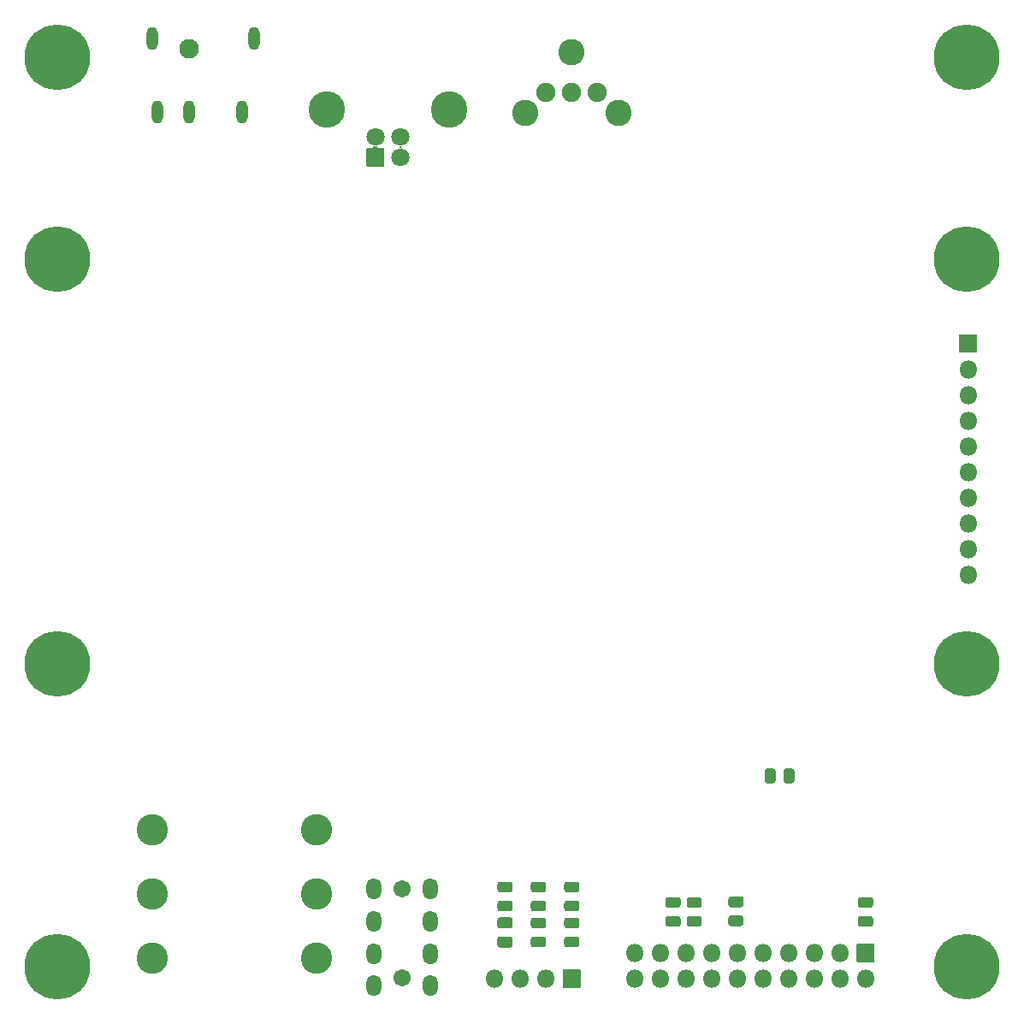
<source format=gbr>
G04 #@! TF.GenerationSoftware,KiCad,Pcbnew,5.1.9*
G04 #@! TF.CreationDate,2021-04-13T21:33:03+08:00*
G04 #@! TF.ProjectId,digital-amplifier2,64696769-7461-46c2-9d61-6d706c696669,rev?*
G04 #@! TF.SameCoordinates,Original*
G04 #@! TF.FileFunction,Soldermask,Bot*
G04 #@! TF.FilePolarity,Negative*
%FSLAX46Y46*%
G04 Gerber Fmt 4.6, Leading zero omitted, Abs format (unit mm)*
G04 Created by KiCad (PCBNEW 5.1.9) date 2021-04-13 21:33:03*
%MOMM*%
%LPD*%
G01*
G04 APERTURE LIST*
%ADD10C,3.102000*%
%ADD11O,1.802000X1.802000*%
%ADD12C,1.952000*%
%ADD13O,1.102000X2.302000*%
%ADD14C,6.502000*%
%ADD15O,1.502000X2.102000*%
%ADD16C,1.702000*%
%ADD17C,1.902000*%
%ADD18C,2.602000*%
%ADD19C,3.602000*%
%ADD20C,1.802000*%
%ADD21C,0.100000*%
G04 APERTURE END LIST*
D10*
X64415000Y-131445000D03*
X64415000Y-144145000D03*
X64415000Y-137795000D03*
X80645000Y-131445000D03*
X80645000Y-144145000D03*
X80645000Y-137795000D03*
D11*
X112141000Y-146177000D03*
X112141000Y-143637000D03*
X114681000Y-146177000D03*
X114681000Y-143637000D03*
X117221000Y-146177000D03*
X117221000Y-143637000D03*
X119761000Y-146177000D03*
X119761000Y-143637000D03*
X122301000Y-146177000D03*
X122301000Y-143637000D03*
X124841000Y-146177000D03*
X124841000Y-143637000D03*
X127381000Y-146177000D03*
X127381000Y-143637000D03*
X129921000Y-146177000D03*
X129921000Y-143637000D03*
X132461000Y-146177000D03*
X132461000Y-143637000D03*
X135001000Y-146177000D03*
G36*
G01*
X134151000Y-142736000D02*
X135851000Y-142736000D01*
G75*
G02*
X135902000Y-142787000I0J-51000D01*
G01*
X135902000Y-144487000D01*
G75*
G02*
X135851000Y-144538000I-51000J0D01*
G01*
X134151000Y-144538000D01*
G75*
G02*
X134100000Y-144487000I0J51000D01*
G01*
X134100000Y-142787000D01*
G75*
G02*
X134151000Y-142736000I51000J0D01*
G01*
G37*
D12*
X68089000Y-54186000D03*
D13*
X74489000Y-53086000D03*
X73289000Y-60386000D03*
X68089000Y-60386000D03*
X64889000Y-60386000D03*
X64389000Y-53086000D03*
D11*
X145161000Y-106172000D03*
X145161000Y-103632000D03*
X145161000Y-101092000D03*
X145161000Y-98552000D03*
X145161000Y-96012000D03*
X145161000Y-93472000D03*
X145161000Y-90932000D03*
X145161000Y-88392000D03*
X145161000Y-85852000D03*
G36*
G01*
X144260000Y-84162000D02*
X144260000Y-82462000D01*
G75*
G02*
X144311000Y-82411000I51000J0D01*
G01*
X146011000Y-82411000D01*
G75*
G02*
X146062000Y-82462000I0J-51000D01*
G01*
X146062000Y-84162000D01*
G75*
G02*
X146011000Y-84213000I-51000J0D01*
G01*
X144311000Y-84213000D01*
G75*
G02*
X144260000Y-84162000I0J51000D01*
G01*
G37*
D14*
X145000000Y-115000000D03*
X55000000Y-115000000D03*
X145000000Y-75000000D03*
X55000000Y-75000000D03*
D15*
X86348000Y-146887000D03*
X86348000Y-143687000D03*
X86348000Y-140487000D03*
X86348000Y-137287000D03*
D16*
X89148000Y-137287000D03*
X89148000Y-146087000D03*
D15*
X91948000Y-143687000D03*
X91948000Y-140487000D03*
X91948000Y-137287000D03*
X91948000Y-146887000D03*
D17*
X108458000Y-58468250D03*
X103378000Y-58468250D03*
X105918000Y-58468250D03*
D18*
X105918000Y-54518250D03*
X101318000Y-60518250D03*
X110518000Y-60518250D03*
D11*
X98298000Y-146177000D03*
X100838000Y-146177000D03*
X103378000Y-146177000D03*
G36*
G01*
X105068000Y-145276000D02*
X106768000Y-145276000D01*
G75*
G02*
X106819000Y-145327000I0J-51000D01*
G01*
X106819000Y-147027000D01*
G75*
G02*
X106768000Y-147078000I-51000J0D01*
G01*
X105068000Y-147078000D01*
G75*
G02*
X105017000Y-147027000I0J51000D01*
G01*
X105017000Y-145327000D01*
G75*
G02*
X105068000Y-145276000I51000J0D01*
G01*
G37*
D19*
X93757000Y-60187000D03*
X81717000Y-60187000D03*
D20*
X86487000Y-62897000D03*
X88987000Y-62897000D03*
X88987000Y-64897000D03*
G36*
G01*
X87337000Y-65798000D02*
X85637000Y-65798000D01*
G75*
G02*
X85586000Y-65747000I0J51000D01*
G01*
X85586000Y-64047000D01*
G75*
G02*
X85637000Y-63996000I51000J0D01*
G01*
X87337000Y-63996000D01*
G75*
G02*
X87388000Y-64047000I0J-51000D01*
G01*
X87388000Y-65747000D01*
G75*
G02*
X87337000Y-65798000I-51000J0D01*
G01*
G37*
G36*
G01*
X98813500Y-142004000D02*
X99814500Y-142004000D01*
G75*
G02*
X100090000Y-142279500I0J-275500D01*
G01*
X100090000Y-142830500D01*
G75*
G02*
X99814500Y-143106000I-275500J0D01*
G01*
X98813500Y-143106000D01*
G75*
G02*
X98538000Y-142830500I0J275500D01*
G01*
X98538000Y-142279500D01*
G75*
G02*
X98813500Y-142004000I275500J0D01*
G01*
G37*
G36*
G01*
X98813500Y-140104000D02*
X99814500Y-140104000D01*
G75*
G02*
X100090000Y-140379500I0J-275500D01*
G01*
X100090000Y-140930500D01*
G75*
G02*
X99814500Y-141206000I-275500J0D01*
G01*
X98813500Y-141206000D01*
G75*
G02*
X98538000Y-140930500I0J275500D01*
G01*
X98538000Y-140379500D01*
G75*
G02*
X98813500Y-140104000I275500J0D01*
G01*
G37*
G36*
G01*
X127968000Y-125629250D02*
X127968000Y-126592750D01*
G75*
G02*
X127698750Y-126862000I-269250J0D01*
G01*
X127160250Y-126862000D01*
G75*
G02*
X126891000Y-126592750I0J269250D01*
G01*
X126891000Y-125629250D01*
G75*
G02*
X127160250Y-125360000I269250J0D01*
G01*
X127698750Y-125360000D01*
G75*
G02*
X127968000Y-125629250I0J-269250D01*
G01*
G37*
G36*
G01*
X126093000Y-125629250D02*
X126093000Y-126592750D01*
G75*
G02*
X125823750Y-126862000I-269250J0D01*
G01*
X125285250Y-126862000D01*
G75*
G02*
X125016000Y-126592750I0J269250D01*
G01*
X125016000Y-125629250D01*
G75*
G02*
X125285250Y-125360000I269250J0D01*
G01*
X125823750Y-125360000D01*
G75*
G02*
X126093000Y-125629250I0J-269250D01*
G01*
G37*
D14*
X145000000Y-145000000D03*
X55000000Y-55000000D03*
X55000000Y-145000000D03*
X145000000Y-55000000D03*
G36*
G01*
X122655750Y-139110500D02*
X121692250Y-139110500D01*
G75*
G02*
X121423000Y-138841250I0J269250D01*
G01*
X121423000Y-138302750D01*
G75*
G02*
X121692250Y-138033500I269250J0D01*
G01*
X122655750Y-138033500D01*
G75*
G02*
X122925000Y-138302750I0J-269250D01*
G01*
X122925000Y-138841250D01*
G75*
G02*
X122655750Y-139110500I-269250J0D01*
G01*
G37*
G36*
G01*
X122655750Y-140985500D02*
X121692250Y-140985500D01*
G75*
G02*
X121423000Y-140716250I0J269250D01*
G01*
X121423000Y-140177750D01*
G75*
G02*
X121692250Y-139908500I269250J0D01*
G01*
X122655750Y-139908500D01*
G75*
G02*
X122925000Y-140177750I0J-269250D01*
G01*
X122925000Y-140716250D01*
G75*
G02*
X122655750Y-140985500I-269250J0D01*
G01*
G37*
G36*
G01*
X102134250Y-140129000D02*
X103097750Y-140129000D01*
G75*
G02*
X103367000Y-140398250I0J-269250D01*
G01*
X103367000Y-140936750D01*
G75*
G02*
X103097750Y-141206000I-269250J0D01*
G01*
X102134250Y-141206000D01*
G75*
G02*
X101865000Y-140936750I0J269250D01*
G01*
X101865000Y-140398250D01*
G75*
G02*
X102134250Y-140129000I269250J0D01*
G01*
G37*
G36*
G01*
X102134250Y-142004000D02*
X103097750Y-142004000D01*
G75*
G02*
X103367000Y-142273250I0J-269250D01*
G01*
X103367000Y-142811750D01*
G75*
G02*
X103097750Y-143081000I-269250J0D01*
G01*
X102134250Y-143081000D01*
G75*
G02*
X101865000Y-142811750I0J269250D01*
G01*
X101865000Y-142273250D01*
G75*
G02*
X102134250Y-142004000I269250J0D01*
G01*
G37*
G36*
G01*
X135482750Y-141049000D02*
X134519250Y-141049000D01*
G75*
G02*
X134250000Y-140779750I0J269250D01*
G01*
X134250000Y-140241250D01*
G75*
G02*
X134519250Y-139972000I269250J0D01*
G01*
X135482750Y-139972000D01*
G75*
G02*
X135752000Y-140241250I0J-269250D01*
G01*
X135752000Y-140779750D01*
G75*
G02*
X135482750Y-141049000I-269250J0D01*
G01*
G37*
G36*
G01*
X135482750Y-139174000D02*
X134519250Y-139174000D01*
G75*
G02*
X134250000Y-138904750I0J269250D01*
G01*
X134250000Y-138366250D01*
G75*
G02*
X134519250Y-138097000I269250J0D01*
G01*
X135482750Y-138097000D01*
G75*
G02*
X135752000Y-138366250I0J-269250D01*
G01*
X135752000Y-138904750D01*
G75*
G02*
X135482750Y-139174000I-269250J0D01*
G01*
G37*
G36*
G01*
X105436250Y-142004000D02*
X106399750Y-142004000D01*
G75*
G02*
X106669000Y-142273250I0J-269250D01*
G01*
X106669000Y-142811750D01*
G75*
G02*
X106399750Y-143081000I-269250J0D01*
G01*
X105436250Y-143081000D01*
G75*
G02*
X105167000Y-142811750I0J269250D01*
G01*
X105167000Y-142273250D01*
G75*
G02*
X105436250Y-142004000I269250J0D01*
G01*
G37*
G36*
G01*
X105436250Y-140129000D02*
X106399750Y-140129000D01*
G75*
G02*
X106669000Y-140398250I0J-269250D01*
G01*
X106669000Y-140936750D01*
G75*
G02*
X106399750Y-141206000I-269250J0D01*
G01*
X105436250Y-141206000D01*
G75*
G02*
X105167000Y-140936750I0J269250D01*
G01*
X105167000Y-140398250D01*
G75*
G02*
X105436250Y-140129000I269250J0D01*
G01*
G37*
G36*
G01*
X98832250Y-138448000D02*
X99795750Y-138448000D01*
G75*
G02*
X100065000Y-138717250I0J-269250D01*
G01*
X100065000Y-139255750D01*
G75*
G02*
X99795750Y-139525000I-269250J0D01*
G01*
X98832250Y-139525000D01*
G75*
G02*
X98563000Y-139255750I0J269250D01*
G01*
X98563000Y-138717250D01*
G75*
G02*
X98832250Y-138448000I269250J0D01*
G01*
G37*
G36*
G01*
X98832250Y-136573000D02*
X99795750Y-136573000D01*
G75*
G02*
X100065000Y-136842250I0J-269250D01*
G01*
X100065000Y-137380750D01*
G75*
G02*
X99795750Y-137650000I-269250J0D01*
G01*
X98832250Y-137650000D01*
G75*
G02*
X98563000Y-137380750I0J269250D01*
G01*
X98563000Y-136842250D01*
G75*
G02*
X98832250Y-136573000I269250J0D01*
G01*
G37*
G36*
G01*
X102134250Y-136573000D02*
X103097750Y-136573000D01*
G75*
G02*
X103367000Y-136842250I0J-269250D01*
G01*
X103367000Y-137380750D01*
G75*
G02*
X103097750Y-137650000I-269250J0D01*
G01*
X102134250Y-137650000D01*
G75*
G02*
X101865000Y-137380750I0J269250D01*
G01*
X101865000Y-136842250D01*
G75*
G02*
X102134250Y-136573000I269250J0D01*
G01*
G37*
G36*
G01*
X102134250Y-138448000D02*
X103097750Y-138448000D01*
G75*
G02*
X103367000Y-138717250I0J-269250D01*
G01*
X103367000Y-139255750D01*
G75*
G02*
X103097750Y-139525000I-269250J0D01*
G01*
X102134250Y-139525000D01*
G75*
G02*
X101865000Y-139255750I0J269250D01*
G01*
X101865000Y-138717250D01*
G75*
G02*
X102134250Y-138448000I269250J0D01*
G01*
G37*
G36*
G01*
X105436250Y-138448000D02*
X106399750Y-138448000D01*
G75*
G02*
X106669000Y-138717250I0J-269250D01*
G01*
X106669000Y-139255750D01*
G75*
G02*
X106399750Y-139525000I-269250J0D01*
G01*
X105436250Y-139525000D01*
G75*
G02*
X105167000Y-139255750I0J269250D01*
G01*
X105167000Y-138717250D01*
G75*
G02*
X105436250Y-138448000I269250J0D01*
G01*
G37*
G36*
G01*
X105436250Y-136573000D02*
X106399750Y-136573000D01*
G75*
G02*
X106669000Y-136842250I0J-269250D01*
G01*
X106669000Y-137380750D01*
G75*
G02*
X106399750Y-137650000I-269250J0D01*
G01*
X105436250Y-137650000D01*
G75*
G02*
X105167000Y-137380750I0J269250D01*
G01*
X105167000Y-136842250D01*
G75*
G02*
X105436250Y-136573000I269250J0D01*
G01*
G37*
G36*
G01*
X118528250Y-141049000D02*
X117564750Y-141049000D01*
G75*
G02*
X117295500Y-140779750I0J269250D01*
G01*
X117295500Y-140241250D01*
G75*
G02*
X117564750Y-139972000I269250J0D01*
G01*
X118528250Y-139972000D01*
G75*
G02*
X118797500Y-140241250I0J-269250D01*
G01*
X118797500Y-140779750D01*
G75*
G02*
X118528250Y-141049000I-269250J0D01*
G01*
G37*
G36*
G01*
X118528250Y-139174000D02*
X117564750Y-139174000D01*
G75*
G02*
X117295500Y-138904750I0J269250D01*
G01*
X117295500Y-138366250D01*
G75*
G02*
X117564750Y-138097000I269250J0D01*
G01*
X118528250Y-138097000D01*
G75*
G02*
X118797500Y-138366250I0J-269250D01*
G01*
X118797500Y-138904750D01*
G75*
G02*
X118528250Y-139174000I-269250J0D01*
G01*
G37*
G36*
G01*
X116432750Y-139174000D02*
X115469250Y-139174000D01*
G75*
G02*
X115200000Y-138904750I0J269250D01*
G01*
X115200000Y-138366250D01*
G75*
G02*
X115469250Y-138097000I269250J0D01*
G01*
X116432750Y-138097000D01*
G75*
G02*
X116702000Y-138366250I0J-269250D01*
G01*
X116702000Y-138904750D01*
G75*
G02*
X116432750Y-139174000I-269250J0D01*
G01*
G37*
G36*
G01*
X116432750Y-141049000D02*
X115469250Y-141049000D01*
G75*
G02*
X115200000Y-140779750I0J269250D01*
G01*
X115200000Y-140241250D01*
G75*
G02*
X115469250Y-139972000I269250J0D01*
G01*
X116432750Y-139972000D01*
G75*
G02*
X116702000Y-140241250I0J-269250D01*
G01*
X116702000Y-140779750D01*
G75*
G02*
X116432750Y-141049000I-269250J0D01*
G01*
G37*
D21*
G36*
X89164684Y-63774864D02*
G01*
X89165074Y-63776826D01*
X89163761Y-63778097D01*
X89146369Y-63783373D01*
X89125105Y-63794738D01*
X89106468Y-63810033D01*
X89091173Y-63828670D01*
X89079808Y-63849934D01*
X89072808Y-63873009D01*
X89070445Y-63897000D01*
X89072808Y-63920991D01*
X89079808Y-63944066D01*
X89091173Y-63965330D01*
X89106468Y-63983967D01*
X89125105Y-63999262D01*
X89146369Y-64010627D01*
X89163761Y-64015903D01*
X89165128Y-64017363D01*
X89164547Y-64019277D01*
X89162790Y-64019779D01*
X89075114Y-64002339D01*
X88898886Y-64002339D01*
X88811210Y-64019779D01*
X88809316Y-64019136D01*
X88808926Y-64017174D01*
X88810239Y-64015903D01*
X88827631Y-64010627D01*
X88848895Y-63999262D01*
X88867532Y-63983967D01*
X88882827Y-63965330D01*
X88894192Y-63944066D01*
X88901192Y-63920991D01*
X88903555Y-63897000D01*
X88901192Y-63873009D01*
X88894192Y-63849934D01*
X88882827Y-63828670D01*
X88867532Y-63810033D01*
X88848895Y-63794738D01*
X88827631Y-63783373D01*
X88810239Y-63778097D01*
X88808872Y-63776637D01*
X88809453Y-63774723D01*
X88811210Y-63774221D01*
X88898886Y-63791661D01*
X89075114Y-63791661D01*
X89162790Y-63774221D01*
X89164684Y-63774864D01*
G37*
G36*
X86751682Y-63756821D02*
G01*
X86752448Y-63758669D01*
X86751408Y-63760172D01*
X86735379Y-63768739D01*
X86716742Y-63784035D01*
X86701447Y-63802672D01*
X86690082Y-63823935D01*
X86683082Y-63847010D01*
X86680719Y-63871001D01*
X86683082Y-63894992D01*
X86690082Y-63918067D01*
X86701447Y-63939331D01*
X86716743Y-63957968D01*
X86735380Y-63973263D01*
X86756643Y-63984628D01*
X86779718Y-63991628D01*
X86803905Y-63994010D01*
X86805531Y-63995175D01*
X86805335Y-63997165D01*
X86803709Y-63998000D01*
X86170291Y-63998000D01*
X86168559Y-63997000D01*
X86168559Y-63995000D01*
X86170095Y-63994010D01*
X86194282Y-63991628D01*
X86217357Y-63984628D01*
X86238621Y-63973263D01*
X86257258Y-63957968D01*
X86272553Y-63939331D01*
X86283918Y-63918067D01*
X86290918Y-63894992D01*
X86293281Y-63871001D01*
X86290918Y-63847010D01*
X86283918Y-63823935D01*
X86272553Y-63802671D01*
X86257258Y-63784034D01*
X86238621Y-63768739D01*
X86222592Y-63760172D01*
X86221536Y-63758473D01*
X86222479Y-63756710D01*
X86224300Y-63756560D01*
X86226036Y-63757279D01*
X86398886Y-63791661D01*
X86575114Y-63791661D01*
X86747964Y-63757279D01*
X86749700Y-63756560D01*
X86751682Y-63756821D01*
G37*
M02*

</source>
